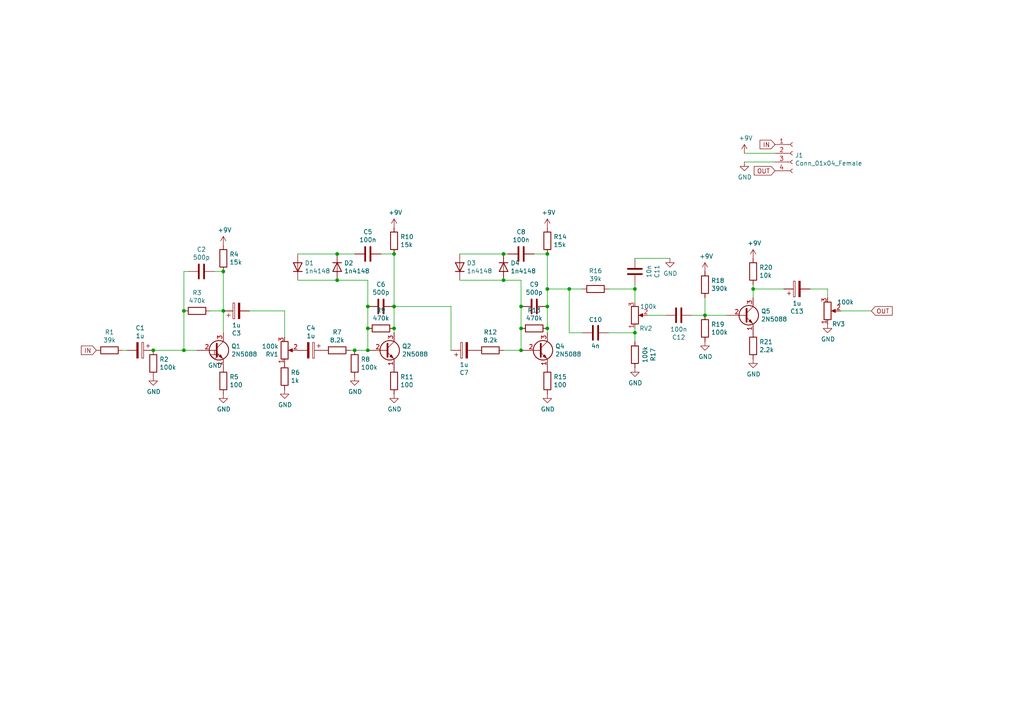
<source format=kicad_sch>
(kicad_sch (version 20230121) (generator eeschema)
  (paper "A4")
  (lib_symbols
    (symbol "Connector:Conn_01x04_Socket" (pin_names (offset 1.016) hide)
      (property "Reference" "J" (at 0 5.08 0))
      (property "Value" "Conn_01x04_Socket" (at 0 -7.62 0))
      (symbol "Conn_01x04_Socket_1_1"
        (arc (start 0 -4.572) (mid -0.5058 -5.08) (end 0 -5.588) (stroke (width 0.1524)))
        (arc (start 0 -2.032) (mid -0.5058 -2.54) (end 0 -3.048) (stroke (width 0.1524)))
        (polyline (pts (xy -1.27 -5.08) (xy -0.508 -5.08)) (stroke (width 0.1524)))
        (polyline (pts (xy -1.27 -2.54) (xy -0.508 -2.54)) (stroke (width 0.1524)))
        (polyline (pts (xy -1.27 0) (xy -0.508 0)) (stroke (width 0.1524)))
        (polyline (pts (xy -1.27 2.54) (xy -0.508 2.54)) (stroke (width 0.1524)))
        (arc (start 0 0.508) (mid -0.5058 0) (end 0 -0.508) (stroke (width 0.1524)))
        (arc (start 0 3.048) (mid -0.5058 2.54) (end 0 2.032) (stroke (width 0.1524)))
        (pin passive line (at -5.08 2.54 0) (length 3.81) (name "Pin_1") (number "1"))
        (pin passive line (at -5.08 0 0) (length 3.81) (name "Pin_2") (number "2"))
        (pin passive line (at -5.08 -2.54 0) (length 3.81) (name "Pin_3") (number "3"))
        (pin passive line (at -5.08 -5.08 0) (length 3.81) (name "Pin_4") (number "4"))
      )
    )
    (symbol "Device:C" (pin_numbers hide) (pin_names (offset 0.254))
      (property "Reference" "C" (at 0.635 2.54 0))
      (property "Value" "C" (at 0.635 -2.54 0))
      (symbol "C_0_1"
        (polyline (pts (xy -2.032 -0.762) (xy 2.032 -0.762)) (stroke (width 0.508)))
        (polyline (pts (xy -2.032 0.762) (xy 2.032 0.762)) (stroke (width 0.508)))
      )
      (symbol "C_1_1"
        (pin passive line (at 0 3.81 270) (length 2.794) (name "~") (number "1"))
        (pin passive line (at 0 -3.81 90) (length 2.794) (name "~") (number "2"))
      )
    )
    (symbol "Device:C_Polarized" (pin_numbers hide) (pin_names (offset 0.254))
      (property "Reference" "C" (at 0.635 2.54 0))
      (property "Value" "C_Polarized" (at 0.635 -2.54 0))
      (symbol "C_Polarized_0_1"
        (rectangle (start -2.286 0.508) (end 2.286 1.016))
        (polyline (pts (xy -1.778 2.286) (xy -0.762 2.286)))
        (polyline (pts (xy -1.27 2.794) (xy -1.27 1.778)))
        (rectangle (start 2.286 -0.508) (end -2.286 -1.016) (fill (type outline)))
      )
      (symbol "C_Polarized_1_1"
        (pin passive line (at 0 3.81 270) (length 2.794) (name "~") (number "1"))
        (pin passive line (at 0 -3.81 90) (length 2.794) (name "~") (number "2"))
      )
    )
    (symbol "Device:D" (pin_numbers hide) (pin_names (offset 1.016) hide)
      (property "Reference" "D" (at 0 2.54 0))
      (property "Value" "D" (at 0 -2.54 0))
      (symbol "D_0_1"
        (polyline (pts (xy -1.27 1.27) (xy -1.27 -1.27)) (stroke (width 0.254)))
        (polyline (pts (xy 1.27 0) (xy -1.27 0)))
        (polyline (pts (xy 1.27 1.27) (xy 1.27 -1.27) (xy -1.27 0) (xy 1.27 1.27)) (stroke (width 0.254)))
      )
      (symbol "D_1_1"
        (pin passive line (at -3.81 0 0) (length 2.54) (name "K") (number "1"))
        (pin passive line (at 3.81 0 180) (length 2.54) (name "A") (number "2"))
      )
    )
    (symbol "Device:R" (pin_numbers hide) (pin_names (offset 0))
      (property "Reference" "R" (at 2.032 0 90))
      (property "Value" "R" (at 0 0 90))
      (symbol "R_0_1"
        (rectangle (start -1.016 -2.54) (end 1.016 2.54) (stroke (width 0.254)))
      )
      (symbol "R_1_1"
        (pin passive line (at 0 3.81 270) (length 1.27) (name "~") (number "1"))
        (pin passive line (at 0 -3.81 90) (length 1.27) (name "~") (number "2"))
      )
    )
    (symbol "Device:R_Potentiometer" (pin_names (offset 1.016) hide)
      (property "Reference" "RV" (at -4.445 0 90))
      (property "Value" "R_Potentiometer" (at -2.54 0 90))
      (symbol "R_Potentiometer_0_1"
        (polyline (pts (xy 2.54 0) (xy 1.524 0)))
        (polyline (pts (xy 1.143 0) (xy 2.286 0.508) (xy 2.286 -0.508) (xy 1.143 0)) (fill (type outline)))
        (rectangle (start 1.016 2.54) (end -1.016 -2.54) (stroke (width 0.254)))
      )
      (symbol "R_Potentiometer_1_1"
        (pin passive line (at 0 3.81 270) (length 1.27) (name "1") (number "1"))
        (pin passive line (at 3.81 0 180) (length 1.27) (name "2") (number "2"))
        (pin passive line (at 0 -3.81 90) (length 1.27) (name "3") (number "3"))
      )
    )
    (symbol "Transistor_BJT:2N3904" (pin_names (offset 0) hide)
      (property "Reference" "Q" (at 5.08 1.905 0))
      (property "Value" "2N3904" (at 5.08 0 0))
      (symbol "2N3904_0_1"
        (polyline (pts (xy 0.635 0.635) (xy 2.54 2.54)))
        (polyline (pts (xy 0.635 -0.635) (xy 2.54 -2.54) (xy 2.54 -2.54)))
        (polyline (pts (xy 0.635 1.905) (xy 0.635 -1.905) (xy 0.635 -1.905)) (stroke (width 0.508)))
        (polyline (pts (xy 1.27 -1.778) (xy 1.778 -1.27) (xy 2.286 -2.286) (xy 1.27 -1.778) (xy 1.27 -1.778)) (fill (type outline)))
        (circle (center 1.27 0) (radius 2.8194) (stroke (width 0.254)))
      )
      (symbol "2N3904_1_1"
        (pin passive line (at 2.54 -5.08 90) (length 2.54) (name "E") (number "1"))
        (pin passive line (at -5.08 0 0) (length 5.715) (name "B") (number "2"))
        (pin passive line (at 2.54 5.08 270) (length 2.54) (name "C") (number "3"))
      )
    )
    (symbol "power:+9V" (power) (pin_names (offset 0))
      (property "Value" "+9V" (at 0 3.556 0))
      (symbol "+9V_0_1"
        (polyline (pts (xy -0.762 1.27) (xy 0 2.54)))
        (polyline (pts (xy 0 0) (xy 0 2.54)))
        (polyline (pts (xy 0 2.54) (xy 0.762 1.27)))
      )
      (symbol "+9V_1_1"
        (pin power_in line (at 0 0 90) (length 0) hide (name "+9V") (number "1"))
      )
    )
    (symbol "power:GND" (power) (pin_names (offset 0))
      (property "Value" "GND" (at 0 -3.81 0))
      (symbol "GND_0_1"
        (polyline (pts (xy 0 0) (xy 0 -1.27) (xy 1.27 -1.27) (xy 0 -2.54) (xy -1.27 -1.27) (xy 0 -1.27)))
      )
      (symbol "GND_1_1"
        (pin power_in line (at 0 0 270) (length 0) hide (name "GND") (number "1"))
      )
    )
  )
  (junction (at 218.44 83.82))
  (junction (at 44.45 101.6))
  (junction (at 106.68 101.6))
  (junction (at 97.79 73.66))
  (junction (at 165.1 83.82))
  (junction (at 158.75 83.82))
  (junction (at 151.13 88.9))
  (junction (at 114.3 88.9))
  (junction (at 184.15 83.82))
  (junction (at 102.87 101.6))
  (junction (at 158.75 88.9))
  (junction (at 158.75 95.25))
  (junction (at 53.34 90.17))
  (junction (at 184.15 96.52))
  (junction (at 106.68 95.25))
  (junction (at 64.77 90.17))
  (junction (at 97.79 81.28))
  (junction (at 158.75 73.66))
  (junction (at 64.77 78.74))
  (junction (at 53.34 101.6))
  (junction (at 151.13 101.6))
  (junction (at 204.47 91.44))
  (junction (at 146.05 81.28))
  (junction (at 114.3 95.25))
  (junction (at 151.13 95.25))
  (junction (at 106.68 88.9))
  (junction (at 114.3 73.66))
  (junction (at 146.05 73.66))
  (wire (pts (xy 215.9 46.99) (xy 224.79 46.99)))
  (wire (pts (xy 130.81 88.9) (xy 114.3 88.9)))
  (wire (pts (xy 64.77 78.74) (xy 64.77 90.17)))
  (wire (pts (xy 204.47 91.44) (xy 210.82 91.44)))
  (wire (pts (xy 184.15 83.82) (xy 176.53 83.82)))
  (wire (pts (xy 215.9 44.45) (xy 224.79 44.45)))
  (wire (pts (xy 114.3 88.9) (xy 114.3 95.25)))
  (wire (pts (xy 97.79 73.66) (xy 102.87 73.66)))
  (wire (pts (xy 187.96 91.44) (xy 193.04 91.44)))
  (wire (pts (xy 64.77 90.17) (xy 64.77 96.52)))
  (wire (pts (xy 146.05 101.6) (xy 151.13 101.6)))
  (wire (pts (xy 86.36 73.66) (xy 97.79 73.66)))
  (wire (pts (xy 158.75 88.9) (xy 158.75 95.25)))
  (wire (pts (xy 86.36 81.28) (xy 97.79 81.28)))
  (wire (pts (xy 102.87 101.6) (xy 106.68 101.6)))
  (wire (pts (xy 151.13 81.28) (xy 151.13 88.9)))
  (wire (pts (xy 234.95 83.82) (xy 240.03 83.82)))
  (wire (pts (xy 151.13 95.25) (xy 151.13 101.6)))
  (wire (pts (xy 158.75 83.82) (xy 158.75 88.9)))
  (wire (pts (xy 154.94 73.66) (xy 158.75 73.66)))
  (wire (pts (xy 184.15 82.55) (xy 184.15 83.82)))
  (wire (pts (xy 62.23 78.74) (xy 64.77 78.74)))
  (wire (pts (xy 200.66 91.44) (xy 204.47 91.44)))
  (wire (pts (xy 114.3 95.25) (xy 114.3 96.52)))
  (wire (pts (xy 106.68 81.28) (xy 106.68 88.9)))
  (wire (pts (xy 184.15 74.93) (xy 194.31 74.93)))
  (wire (pts (xy 60.96 90.17) (xy 64.77 90.17)))
  (wire (pts (xy 53.34 90.17) (xy 53.34 78.74)))
  (wire (pts (xy 110.49 73.66) (xy 114.3 73.66)))
  (wire (pts (xy 165.1 83.82) (xy 165.1 96.52)))
  (wire (pts (xy 114.3 73.66) (xy 114.3 88.9)))
  (wire (pts (xy 97.79 81.28) (xy 106.68 81.28)))
  (wire (pts (xy 165.1 83.82) (xy 168.91 83.82)))
  (wire (pts (xy 158.75 83.82) (xy 165.1 83.82)))
  (wire (pts (xy 35.56 101.6) (xy 36.83 101.6)))
  (wire (pts (xy 106.68 88.9) (xy 106.68 95.25)))
  (wire (pts (xy 184.15 96.52) (xy 184.15 99.06)))
  (wire (pts (xy 218.44 83.82) (xy 227.33 83.82)))
  (wire (pts (xy 218.44 83.82) (xy 218.44 86.36)))
  (wire (pts (xy 82.55 90.17) (xy 82.55 97.79)))
  (wire (pts (xy 184.15 83.82) (xy 184.15 87.63)))
  (wire (pts (xy 53.34 90.17) (xy 53.34 101.6)))
  (wire (pts (xy 176.53 96.52) (xy 184.15 96.52)))
  (wire (pts (xy 146.05 73.66) (xy 147.32 73.66)))
  (wire (pts (xy 146.05 81.28) (xy 151.13 81.28)))
  (wire (pts (xy 204.47 86.36) (xy 204.47 91.44)))
  (wire (pts (xy 53.34 78.74) (xy 54.61 78.74)))
  (wire (pts (xy 158.75 95.25) (xy 158.75 96.52)))
  (wire (pts (xy 151.13 88.9) (xy 151.13 95.25)))
  (wire (pts (xy 240.03 83.82) (xy 240.03 86.36)))
  (wire (pts (xy 218.44 82.55) (xy 218.44 83.82)))
  (wire (pts (xy 130.81 101.6) (xy 130.81 88.9)))
  (wire (pts (xy 243.84 90.17) (xy 252.73 90.17)))
  (wire (pts (xy 53.34 101.6) (xy 57.15 101.6)))
  (wire (pts (xy 44.45 101.6) (xy 53.34 101.6)))
  (wire (pts (xy 133.35 81.28) (xy 146.05 81.28)))
  (wire (pts (xy 106.68 95.25) (xy 106.68 101.6)))
  (wire (pts (xy 72.39 90.17) (xy 82.55 90.17)))
  (wire (pts (xy 165.1 96.52) (xy 168.91 96.52)))
  (wire (pts (xy 101.6 101.6) (xy 102.87 101.6)))
  (wire (pts (xy 158.75 73.66) (xy 158.75 83.82)))
  (wire (pts (xy 184.15 95.25) (xy 184.15 96.52)))
  (wire (pts (xy 133.35 73.66) (xy 146.05 73.66)))
  (global_label "IN" (shape input) (at 224.79 41.91 180) (property "Intersheetrefs" "${INTERSHEET_REFS}" (effects hide)))
  (global_label "OUT" (shape input) (at 224.79 49.53 180) (property "Intersheetrefs" "${INTERSHEET_REFS}" (effects hide)))
  (global_label "OUT" (shape input) (at 252.73 90.17 0) (property "Intersheetrefs" "${INTERSHEET_REFS}" (effects hide)))
  (global_label "IN" (shape input) (at 27.94 101.6 180) (property "Intersheetrefs" "${INTERSHEET_REFS}" (effects hide)))
  (symbol (lib_id "Transistor_BJT:2N3904") (at 62.23 101.6 0) (unit 1)
    (property "Reference" "Q1" (at 67.056 100.4316 0) (effects (justify left)))
    (property "Value" "2N5088" (at 67.056 102.743 0) (effects (justify left)))
    (property "Footprint" "Package_TO_SOT_THT:TO-92_Inline" (effects hide))
  )
  (symbol (lib_id "Device:C_Polarized") (at 90.17 101.6 270) (unit 1)
    (property "Reference" "C4" (at 90.17 95.123 90))
    (property "Value" "1u" (at 90.17 97.4344 90))
    (property "Footprint" "Capacitor_THT:CP_Radial_D5.0mm_P2.00mm" (effects hide))
  )
  (symbol (lib_id "Device:R") (at 97.79 101.6 90) (unit 1)
    (property "Reference" "R7" (at 97.79 96.3422 90))
    (property "Value" "8.2k" (at 97.79 98.6536 90))
    (property "Footprint" "Resistor_THT:R_Axial_DIN0207_L6.3mm_D2.5mm_P10.16mm_Horizontal" (effects hide))
  )
  (symbol (lib_id "Transistor_BJT:2N3904") (at 111.76 101.6 0) (unit 1)
    (property "Reference" "Q2" (at 116.586 100.4316 0) (effects (justify left)))
    (property "Value" "2N5088" (at 116.586 102.743 0) (effects (justify left)))
    (property "Footprint" "Package_TO_SOT_THT:TO-92_Inline" (effects hide))
  )
  (symbol (lib_id "Device:C_Polarized") (at 40.64 101.6 270) (unit 1)
    (property "Reference" "C1" (at 40.64 95.123 90))
    (property "Value" "1u" (at 40.64 97.4344 90))
    (property "Footprint" "Capacitor_THT:CP_Radial_D5.0mm_P2.00mm" (effects hide))
  )
  (symbol (lib_id "Device:R") (at 31.75 101.6 90) (unit 1)
    (property "Reference" "R1" (at 31.75 96.3422 90))
    (property "Value" "39k" (at 31.75 98.6536 90))
    (property "Footprint" "Resistor_THT:R_Axial_DIN0207_L6.3mm_D2.5mm_P10.16mm_Horizontal" (effects hide))
  )
  (symbol (lib_id "Device:R") (at 57.15 90.17 90) (unit 1)
    (property "Reference" "R3" (at 57.15 84.9122 90))
    (property "Value" "470k" (at 57.15 87.2236 90))
    (property "Footprint" "Resistor_THT:R_Axial_DIN0207_L6.3mm_D2.5mm_P10.16mm_Horizontal" (effects hide))
  )
  (symbol (lib_id "Device:R_Potentiometer") (at 82.55 101.6 0) (mirror x) (unit 1)
    (property "Reference" "RV1" (at 80.7974 102.7684 0) (effects (justify right)))
    (property "Value" "100k" (at 80.7974 100.457 0) (effects (justify right)))
    (property "Footprint" "Potentiometer_THT:Potentiometer_Omeg_PC16BU_Vertical" (effects hide))
  )
  (symbol (lib_id "Device:C") (at 58.42 78.74 270) (unit 1)
    (property "Reference" "C2" (at 58.42 72.3392 90))
    (property "Value" "500p" (at 58.42 74.6506 90))
    (property "Footprint" "Capacitor_THT:C_Disc_D7.5mm_W2.5mm_P5.00mm" (effects hide))
  )
  (symbol (lib_id "Device:R") (at 82.55 109.22 0) (unit 1)
    (property "Reference" "R6" (at 84.328 108.0516 0) (effects (justify left)))
    (property "Value" "1k" (at 84.328 110.363 0) (effects (justify left)))
    (property "Footprint" "Resistor_THT:R_Axial_DIN0207_L6.3mm_D2.5mm_P10.16mm_Horizontal" (effects hide))
  )
  (symbol (lib_id "Device:R") (at 64.77 74.93 0) (unit 1)
    (property "Reference" "R4" (at 66.548 73.7616 0) (effects (justify left)))
    (property "Value" "15k" (at 66.548 76.073 0) (effects (justify left)))
    (property "Footprint" "Resistor_THT:R_Axial_DIN0207_L6.3mm_D2.5mm_P10.16mm_Horizontal" (effects hide))
  )
  (symbol (lib_id "power:GND") (at 82.55 113.03 0) (unit 1)
    (property "Reference" "#PWR05" (effects hide))
    (property "Value" "GND" (at 82.677 117.4242 0))
  )
  (symbol (lib_id "power:+9V") (at 64.77 71.12 0) (unit 1)
    (property "Reference" "#PWR03" (effects hide))
    (property "Value" "+9V" (at 65.151 66.7258 0))
  )
  (symbol (lib_id "Device:C_Polarized") (at 68.58 90.17 90) (unit 1)
    (property "Reference" "C3" (at 68.58 96.647 90))
    (property "Value" "1u" (at 68.58 94.3356 90))
    (property "Footprint" "Capacitor_THT:CP_Radial_D5.0mm_P2.00mm" (effects hide))
  )
  (symbol (lib_id "Device:R") (at 64.77 110.49 0) (unit 1)
    (property "Reference" "R5" (at 66.548 109.3216 0) (effects (justify left)))
    (property "Value" "100" (at 66.548 111.633 0) (effects (justify left)))
    (property "Footprint" "Resistor_THT:R_Axial_DIN0207_L6.3mm_D2.5mm_P10.16mm_Horizontal" (effects hide))
  )
  (symbol (lib_id "power:GND") (at 62.23 101.6 0) (unit 1)
    (property "Reference" "#PWR02" (effects hide))
    (property "Value" "GND" (at 62.357 105.9942 0))
  )
  (symbol (lib_id "Device:R") (at 44.45 105.41 0) (unit 1)
    (property "Reference" "R2" (at 46.228 104.2416 0) (effects (justify left)))
    (property "Value" "100k" (at 46.228 106.553 0) (effects (justify left)))
    (property "Footprint" "Resistor_THT:R_Axial_DIN0207_L6.3mm_D2.5mm_P10.16mm_Horizontal" (effects hide))
  )
  (symbol (lib_id "power:GND") (at 44.45 109.22 0) (unit 1)
    (property "Reference" "#PWR01" (effects hide))
    (property "Value" "GND" (at 44.577 113.6142 0))
  )
  (symbol (lib_id "Device:R") (at 110.49 95.25 90) (unit 1)
    (property "Reference" "R9" (at 110.49 89.9922 90))
    (property "Value" "470k" (at 110.49 92.3036 90))
    (property "Footprint" "Resistor_THT:R_Axial_DIN0207_L6.3mm_D2.5mm_P10.16mm_Horizontal" (effects hide))
  )
  (symbol (lib_id "Device:C") (at 110.49 88.9 270) (unit 1)
    (property "Reference" "C6" (at 110.49 82.4992 90))
    (property "Value" "500p" (at 110.49 84.8106 90))
    (property "Footprint" "Capacitor_THT:C_Disc_D7.5mm_W2.5mm_P5.00mm" (effects hide))
  )
  (symbol (lib_id "Device:D") (at 86.36 77.47 90) (unit 1)
    (property "Reference" "D1" (at 88.3666 76.3016 90) (effects (justify right)))
    (property "Value" "1n4148" (at 88.3666 78.613 90) (effects (justify right)))
    (property "Footprint" "Diode_THT:D_A-405_P7.62mm_Horizontal" (effects hide))
  )
  (symbol (lib_id "Device:D") (at 97.79 77.47 270) (unit 1)
    (property "Reference" "D2" (at 99.7966 76.3016 90) (effects (justify left)))
    (property "Value" "1n4148" (at 99.7966 78.613 90) (effects (justify left)))
    (property "Footprint" "Diode_THT:D_A-405_P7.62mm_Horizontal" (effects hide))
  )
  (symbol (lib_id "Device:C") (at 106.68 73.66 270) (unit 1)
    (property "Reference" "C5" (at 106.68 67.2592 90))
    (property "Value" "100n" (at 106.68 69.5706 90))
    (property "Footprint" "Capacitor_THT:C_Disc_D7.5mm_W2.5mm_P5.00mm" (effects hide))
  )
  (symbol (lib_id "power:+9V") (at 114.3 66.04 0) (unit 1)
    (property "Reference" "#PWR07" (effects hide))
    (property "Value" "+9V" (at 114.681 61.6458 0))
  )
  (symbol (lib_id "Device:R") (at 114.3 69.85 0) (unit 1)
    (property "Reference" "R10" (at 116.078 68.6816 0) (effects (justify left)))
    (property "Value" "15k" (at 116.078 70.993 0) (effects (justify left)))
    (property "Footprint" "Resistor_THT:R_Axial_DIN0207_L6.3mm_D2.5mm_P10.16mm_Horizontal" (effects hide))
  )
  (symbol (lib_id "Device:R") (at 172.72 83.82 90) (unit 1)
    (property "Reference" "R16" (at 172.72 78.5622 90))
    (property "Value" "39k" (at 172.72 80.8736 90))
    (property "Footprint" "Resistor_THT:R_Axial_DIN0207_L6.3mm_D2.5mm_P10.16mm_Horizontal" (effects hide))
  )
  (symbol (lib_id "Device:C") (at 172.72 96.52 270) (unit 1)
    (property "Reference" "C10" (at 172.72 92.71 90))
    (property "Value" "4n" (at 172.72 100.33 90))
    (property "Footprint" "Capacitor_THT:C_Disc_D7.5mm_W2.5mm_P5.00mm" (effects hide))
  )
  (symbol (lib_id "Device:R_Potentiometer") (at 184.15 91.44 0) (mirror x) (unit 1)
    (property "Reference" "RV2" (at 189.23 95.25 0) (effects (justify right)))
    (property "Value" "100k" (at 190.5 88.9 0) (effects (justify right)))
    (property "Footprint" "Potentiometer_THT:Potentiometer_Omeg_PC16BU_Vertical" (effects hide))
  )
  (symbol (lib_id "Device:R") (at 184.15 102.87 0) (unit 1)
    (property "Reference" "R17" (at 189.4078 102.87 90))
    (property "Value" "100k" (at 187.0964 102.87 90))
    (property "Footprint" "Resistor_THT:R_Axial_DIN0207_L6.3mm_D2.5mm_P10.16mm_Horizontal" (effects hide))
  )
  (symbol (lib_id "Device:C") (at 184.15 78.74 180) (unit 1)
    (property "Reference" "C11" (at 190.5508 78.74 90))
    (property "Value" "10n" (at 188.2394 78.74 90))
    (property "Footprint" "Capacitor_THT:C_Disc_D7.5mm_W2.5mm_P5.00mm" (effects hide))
  )
  (symbol (lib_id "Connector:Conn_01x04_Socket") (at 229.87 44.45 0) (unit 1)
    (property "Reference" "J1" (at 230.5812 45.0596 0) (effects (justify left)))
    (property "Value" "Conn_01x04_Female" (at 230.5812 47.371 0) (effects (justify left)))
    (property "Footprint" "Connector_PinHeader_2.54mm:PinHeader_1x04_P2.54mm_Vertical" (effects hide))
  )
  (symbol (lib_id "power:GND") (at 194.31 74.93 0) (unit 1)
    (property "Reference" "#PWR012" (effects hide))
    (property "Value" "GND" (at 194.437 79.3242 0))
  )
  (symbol (lib_id "power:+9V") (at 215.9 44.45 0) (unit 1)
    (property "Reference" "#PWR0101" (effects hide))
    (property "Value" "+9V" (at 216.281 40.0558 0))
  )
  (symbol (lib_id "power:GND") (at 215.9 46.99 0) (unit 1)
    (property "Reference" "#PWR0102" (effects hide))
    (property "Value" "GND" (at 216.027 51.3842 0))
  )
  (symbol (lib_id "power:GND") (at 184.15 106.68 0) (unit 1)
    (property "Reference" "#PWR011" (effects hide))
    (property "Value" "GND" (at 184.277 111.0742 0))
  )
  (symbol (lib_id "Device:C") (at 196.85 91.44 90) (unit 1)
    (property "Reference" "C12" (at 196.85 97.8408 90))
    (property "Value" "100n" (at 196.85 95.5294 90))
    (property "Footprint" "Capacitor_THT:C_Disc_D7.5mm_W2.5mm_P5.00mm" (effects hide))
  )
  (symbol (lib_id "Transistor_BJT:2N3904") (at 215.9 91.44 0) (unit 1)
    (property "Reference" "Q5" (at 220.726 90.2716 0) (effects (justify left)))
    (property "Value" "2N5088" (at 220.726 92.583 0) (effects (justify left)))
    (property "Footprint" "Package_TO_SOT_THT:TO-92_Inline" (effects hide))
  )
  (symbol (lib_id "Transistor_BJT:2N3904") (at 156.21 101.6 0) (unit 1)
    (property "Reference" "Q4" (at 161.036 100.4316 0) (effects (justify left)))
    (property "Value" "2N5088" (at 161.036 102.743 0) (effects (justify left)))
    (property "Footprint" "Package_TO_SOT_THT:TO-92_Inline" (effects hide))
  )
  (symbol (lib_id "Device:C_Polarized") (at 134.62 101.6 90) (unit 1)
    (property "Reference" "C7" (at 134.62 108.077 90))
    (property "Value" "1u" (at 134.62 105.7656 90))
    (property "Footprint" "Capacitor_THT:CP_Radial_D5.0mm_P2.00mm" (effects hide))
  )
  (symbol (lib_id "Device:R") (at 142.24 101.6 90) (unit 1)
    (property "Reference" "R12" (at 142.24 96.3422 90))
    (property "Value" "8.2k" (at 142.24 98.6536 90))
    (property "Footprint" "Resistor_THT:R_Axial_DIN0207_L6.3mm_D2.5mm_P10.16mm_Horizontal" (effects hide))
  )
  (symbol (lib_id "Device:R") (at 154.94 95.25 90) (unit 1)
    (property "Reference" "R13" (at 154.94 89.9922 90))
    (property "Value" "470k" (at 154.94 92.3036 90))
    (property "Footprint" "Resistor_THT:R_Axial_DIN0207_L6.3mm_D2.5mm_P10.16mm_Horizontal" (effects hide))
  )
  (symbol (lib_id "Device:C") (at 154.94 88.9 270) (unit 1)
    (property "Reference" "C9" (at 154.94 82.4992 90))
    (property "Value" "500p" (at 154.94 84.8106 90))
    (property "Footprint" "Capacitor_THT:C_Disc_D7.5mm_W2.5mm_P5.00mm" (effects hide))
  )
  (symbol (lib_id "Device:D") (at 133.35 77.47 90) (unit 1)
    (property "Reference" "D3" (at 135.3566 76.3016 90) (effects (justify right)))
    (property "Value" "1n4148" (at 135.3566 78.613 90) (effects (justify right)))
    (property "Footprint" "Diode_THT:D_A-405_P7.62mm_Horizontal" (effects hide))
  )
  (symbol (lib_id "Device:D") (at 146.05 77.47 270) (unit 1)
    (property "Reference" "D4" (at 148.0566 76.3016 90) (effects (justify left)))
    (property "Value" "1n4148" (at 148.0566 78.613 90) (effects (justify left)))
    (property "Footprint" "Diode_THT:D_A-405_P7.62mm_Horizontal" (effects hide))
  )
  (symbol (lib_id "Device:C") (at 151.13 73.66 270) (unit 1)
    (property "Reference" "C8" (at 151.13 67.2592 90))
    (property "Value" "100n" (at 151.13 69.5706 90))
    (property "Footprint" "Capacitor_THT:C_Disc_D7.5mm_W2.5mm_P5.00mm" (effects hide))
  )
  (symbol (lib_id "power:+9V") (at 158.75 66.04 0) (unit 1)
    (property "Reference" "#PWR09" (effects hide))
    (property "Value" "+9V" (at 159.131 61.6458 0))
  )
  (symbol (lib_id "Device:R") (at 158.75 69.85 0) (unit 1)
    (property "Reference" "R14" (at 160.528 68.6816 0) (effects (justify left)))
    (property "Value" "15k" (at 160.528 70.993 0) (effects (justify left)))
    (property "Footprint" "Resistor_THT:R_Axial_DIN0207_L6.3mm_D2.5mm_P10.16mm_Horizontal" (effects hide))
  )
  (symbol (lib_id "Device:R") (at 204.47 95.25 0) (unit 1)
    (property "Reference" "R19" (at 206.248 94.0816 0) (effects (justify left)))
    (property "Value" "100k" (at 206.248 96.393 0) (effects (justify left)))
    (property "Footprint" "Resistor_THT:R_Axial_DIN0207_L6.3mm_D2.5mm_P10.16mm_Horizontal" (effects hide))
  )
  (symbol (lib_id "power:GND") (at 204.47 99.06 0) (unit 1)
    (property "Reference" "#PWR014" (effects hide))
    (property "Value" "GND" (at 204.597 103.4542 0))
  )
  (symbol (lib_id "Device:R") (at 204.47 82.55 0) (unit 1)
    (property "Reference" "R18" (at 206.248 81.3816 0) (effects (justify left)))
    (property "Value" "390k" (at 206.248 83.693 0) (effects (justify left)))
    (property "Footprint" "Resistor_THT:R_Axial_DIN0207_L6.3mm_D2.5mm_P10.16mm_Horizontal" (effects hide))
  )
  (symbol (lib_id "Device:R") (at 158.75 110.49 0) (unit 1)
    (property "Reference" "R15" (at 160.528 109.3216 0) (effects (justify left)))
    (property "Value" "100" (at 160.528 111.633 0) (effects (justify left)))
    (property "Footprint" "Resistor_THT:R_Axial_DIN0207_L6.3mm_D2.5mm_P10.16mm_Horizontal" (effects hide))
  )
  (symbol (lib_id "power:GND") (at 64.77 114.3 0) (unit 1)
    (property "Reference" "#PWR04" (effects hide))
    (property "Value" "GND" (at 64.897 118.6942 0))
  )
  (symbol (lib_id "power:GND") (at 158.75 114.3 0) (unit 1)
    (property "Reference" "#PWR010" (effects hide))
    (property "Value" "GND" (at 158.877 118.6942 0))
  )
  (symbol (lib_id "power:+9V") (at 204.47 78.74 0) (unit 1)
    (property "Reference" "#PWR013" (effects hide))
    (property "Value" "+9V" (at 204.851 74.3458 0))
  )
  (symbol (lib_id "Device:R") (at 218.44 78.74 0) (unit 1)
    (property "Reference" "R20" (at 220.218 77.5716 0) (effects (justify left)))
    (property "Value" "10k" (at 220.218 79.883 0) (effects (justify left)))
    (property "Footprint" "Resistor_THT:R_Axial_DIN0207_L6.3mm_D2.5mm_P10.16mm_Horizontal" (effects hide))
  )
  (symbol (lib_id "power:+9V") (at 218.44 74.93 0) (unit 1)
    (property "Reference" "#PWR015" (effects hide))
    (property "Value" "+9V" (at 218.821 70.5358 0))
  )
  (symbol (lib_id "Device:R") (at 218.44 100.33 0) (unit 1)
    (property "Reference" "R21" (at 220.218 99.1616 0) (effects (justify left)))
    (property "Value" "2.2k" (at 220.218 101.473 0) (effects (justify left)))
    (property "Footprint" "Resistor_THT:R_Axial_DIN0207_L6.3mm_D2.5mm_P10.16mm_Horizontal" (effects hide))
  )
  (symbol (lib_id "power:GND") (at 218.44 104.14 0) (unit 1)
    (property "Reference" "#PWR016" (effects hide))
    (property "Value" "GND" (at 218.567 108.5342 0))
  )
  (symbol (lib_id "Device:R_Potentiometer") (at 240.03 90.17 0) (mirror x) (unit 1)
    (property "Reference" "RV3" (at 245.11 93.98 0) (effects (justify right)))
    (property "Value" "100k" (at 247.65 87.63 0) (effects (justify right)))
    (property "Footprint" "Potentiometer_THT:Potentiometer_Omeg_PC16BU_Vertical" (effects hide))
  )
  (symbol (lib_id "power:GND") (at 240.03 93.98 0) (unit 1)
    (property "Reference" "#PWR017" (effects hide))
    (property "Value" "GND" (at 240.157 98.3742 0))
  )
  (symbol (lib_id "Device:C_Polarized") (at 231.14 83.82 90) (unit 1)
    (property "Reference" "C13" (at 231.14 90.297 90))
    (property "Value" "1u" (at 231.14 87.9856 90))
    (property "Footprint" "Capacitor_THT:CP_Radial_D5.0mm_P2.00mm" (effects hide))
  )
  (symbol (lib_id "Device:R") (at 102.87 105.41 0) (unit 1)
    (property "Reference" "R8" (at 104.648 104.2416 0) (effects (justify left)))
    (property "Value" "100k" (at 104.648 106.553 0) (effects (justify left)))
    (property "Footprint" "Resistor_THT:R_Axial_DIN0207_L6.3mm_D2.5mm_P10.16mm_Horizontal" (effects hide))
  )
  (symbol (lib_id "power:GND") (at 102.87 109.22 0) (unit 1)
    (property "Reference" "#PWR06" (effects hide))
    (property "Value" "GND" (at 102.997 113.6142 0))
  )
  (symbol (lib_id "Device:R") (at 114.3 110.49 0) (unit 1)
    (property "Reference" "R11" (at 116.078 109.3216 0) (effects (justify left)))
    (property "Value" "100" (at 116.078 111.633 0) (effects (justify left)))
    (property "Footprint" "Resistor_THT:R_Axial_DIN0207_L6.3mm_D2.5mm_P10.16mm_Horizontal" (effects hide))
  )
  (symbol (lib_id "power:GND") (at 114.3 114.3 0) (unit 1)
    (property "Reference" "#PWR08" (effects hide))
    (property "Value" "GND" (at 114.427 118.6942 0))
  )
)
</source>
